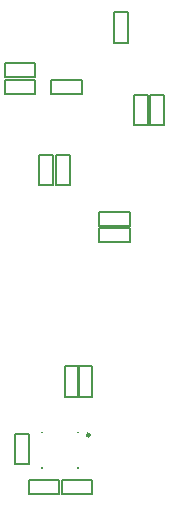
<source format=gbo>
%FSAX24Y24*%
%MOIN*%
G70*
G01*
G75*
G04 Layer_Color=32896*
%ADD10C,0.0100*%
%ADD11R,0.0300X0.0300*%
%ADD12P,0.0424X4X360.0*%
%ADD13P,0.0424X4X90.0*%
%ADD14R,0.0300X0.0300*%
%ADD15R,0.0118X0.0157*%
%ADD16R,0.0394X0.0413*%
%ADD17R,0.0984X0.1496*%
%ADD18R,0.0197X0.0787*%
%ADD19O,0.0709X0.0118*%
%ADD20O,0.0118X0.0709*%
%ADD21R,0.0394X0.0374*%
%ADD22C,0.0100*%
%ADD23C,0.0300*%
%ADD24C,0.0150*%
%ADD25C,0.0200*%
%ADD26C,0.0866*%
%ADD27C,0.2100*%
%ADD28C,0.0591*%
%ADD29R,0.0591X0.0591*%
%ADD30C,0.0250*%
%ADD31C,0.0260*%
%ADD32R,0.0413X0.0394*%
%ADD33R,0.0630X0.0591*%
%ADD34R,0.0374X0.0394*%
%ADD35R,0.0709X0.0630*%
%ADD36O,0.0079X0.0177*%
%ADD37O,0.0098X0.0197*%
%ADD38O,0.0177X0.0079*%
%ADD39O,0.0197X0.0098*%
%ADD40C,0.0098*%
%ADD41C,0.0236*%
%ADD42C,0.0050*%
%ADD43C,0.0079*%
%ADD44C,0.0180*%
%ADD45R,0.0380X0.0380*%
%ADD46P,0.0537X4X360.0*%
%ADD47P,0.0537X4X90.0*%
%ADD48R,0.0380X0.0380*%
%ADD49R,0.0198X0.0237*%
%ADD50R,0.0474X0.0493*%
%ADD51R,0.1064X0.1576*%
%ADD52R,0.0277X0.0867*%
%ADD53O,0.0789X0.0198*%
%ADD54O,0.0198X0.0789*%
%ADD55R,0.0474X0.0454*%
%ADD56C,0.0946*%
%ADD57C,0.2180*%
%ADD58C,0.0671*%
%ADD59R,0.0671X0.0671*%
%ADD60C,0.0330*%
%ADD61R,0.0493X0.0474*%
%ADD62R,0.0710X0.0671*%
%ADD63R,0.0454X0.0474*%
%ADD64R,0.0789X0.0710*%
%ADD65O,0.0159X0.0257*%
%ADD66O,0.0178X0.0277*%
%ADD67O,0.0257X0.0159*%
%ADD68O,0.0277X0.0178*%
%ADD69C,0.0340*%
D40*
X013302Y025192D02*
G03*
X013302Y025192I-000049J000000D01*
G01*
D42*
X012470Y026470D02*
X012930D01*
X012470Y027480D02*
X012930D01*
X012470Y026470D02*
Y027480D01*
X012930Y026470D02*
Y027480D01*
X012920Y026470D02*
X013380D01*
X012920Y027480D02*
X013380D01*
X012920Y026470D02*
Y027480D01*
X013380Y026470D02*
Y027480D01*
X010470Y036570D02*
Y037030D01*
X011480Y036570D02*
Y037030D01*
X010470D02*
X011480D01*
X010470Y036570D02*
X011480D01*
X011620Y033520D02*
X012080D01*
X011620Y034530D02*
X012080D01*
X011620Y033520D02*
Y034530D01*
X012080Y033520D02*
Y034530D01*
X012170Y033520D02*
X012630D01*
X012170Y034530D02*
X012630D01*
X012170Y033520D02*
Y034530D01*
X012630Y033520D02*
Y034530D01*
X014630Y031620D02*
Y032080D01*
X013620Y031620D02*
Y032080D01*
Y031620D02*
X014630D01*
X013620Y032080D02*
X014630D01*
Y032170D02*
Y032630D01*
X013620Y032170D02*
Y032630D01*
Y032170D02*
X014630D01*
X013620Y032630D02*
X014630D01*
X015320Y036530D02*
X015780D01*
X015320Y035520D02*
X015780D01*
Y036530D01*
X015320Y035520D02*
Y036530D01*
X014770D02*
X015230D01*
X014770Y035520D02*
X015230D01*
Y036530D01*
X014770Y035520D02*
Y036530D01*
X013030Y036570D02*
Y037030D01*
X012020Y036570D02*
Y037030D01*
Y036570D02*
X013030D01*
X012020Y037030D02*
X013030D01*
X014120Y038270D02*
X014580D01*
X014120Y039280D02*
X014580D01*
X014120Y038270D02*
Y039280D01*
X014580Y038270D02*
Y039280D01*
X010470Y037120D02*
Y037580D01*
X011480Y037120D02*
Y037580D01*
X010470D02*
X011480D01*
X010470Y037120D02*
X011480D01*
X012280Y023220D02*
Y023680D01*
X011270Y023220D02*
Y023680D01*
Y023220D02*
X012280D01*
X011270Y023680D02*
X012280D01*
X010820Y024220D02*
X011280D01*
X010820Y025230D02*
X011280D01*
X010820Y024220D02*
Y025230D01*
X011280Y024220D02*
Y025230D01*
X013380Y023220D02*
Y023680D01*
X012370Y023220D02*
Y023680D01*
Y023220D02*
X013380D01*
X012370Y023680D02*
X013380D01*
D43*
X012898Y024100D02*
Y024109D01*
X012908D01*
X011707D02*
X011717D01*
Y024100D02*
Y024109D01*
Y025291D02*
Y025300D01*
X011707Y025291D02*
X011717D01*
X012898D02*
X012908D01*
X012898D02*
Y025300D01*
M02*

</source>
